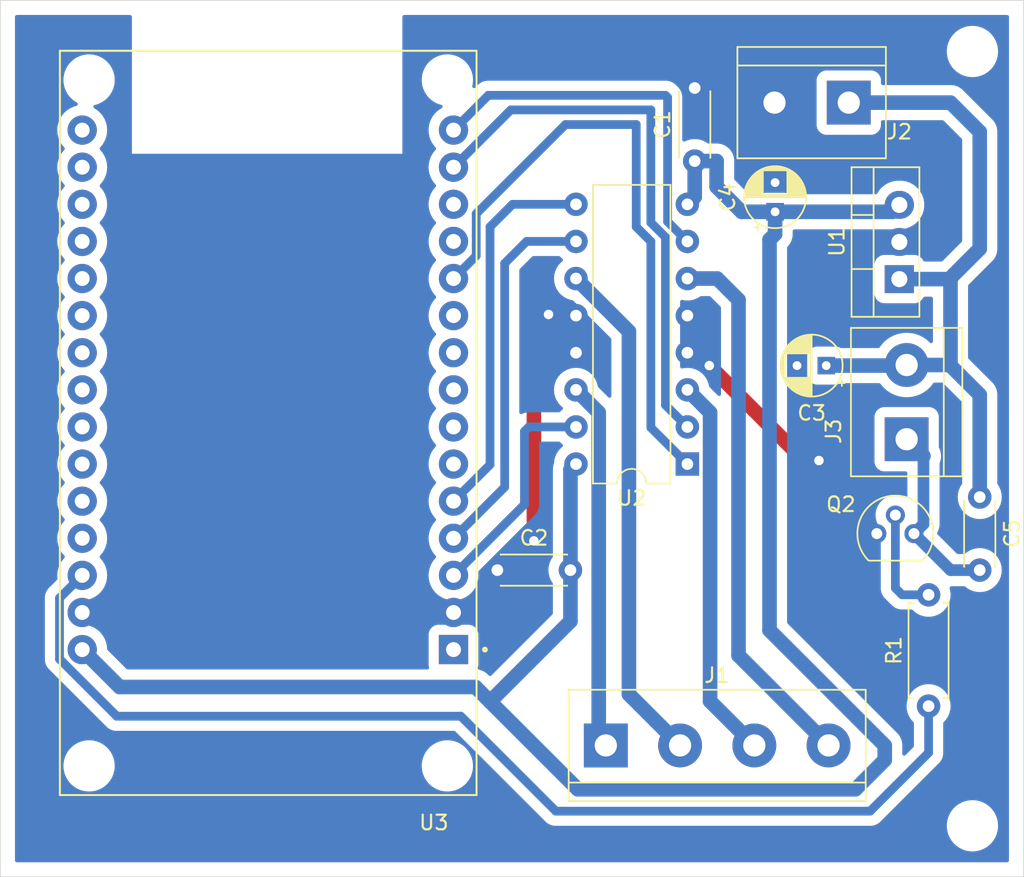
<source format=kicad_pcb>
(kicad_pcb (version 20240108) (generator "pcbnew") (generator_version "8.0")
  (layers (0 "F.Cu" signal) (31 "B.Cu" signal) (34 "B.Paste" user) (35 "F.Paste" user) (36 "B.SilkS" user "B.Silkscreen") (37 "F.SilkS" user "F.Silkscreen") (38 "B.Mask" user) (39 "F.Mask" user) (44 "Edge.Cuts" user))
  (net 0 "")
  (net 1 "/pot_4y")
  (net 2 "/pot_2y")
  (net 3 "/pot_3y")
  (net 4 "/pot_1y")
  (net 5 "+9V")
  (net 6 "GND")
  (net 7 "/motor_fuerza")
  (net 8 "/pwm")
  (net 9 "+5V")
  (net 10 "/2A")
  (net 11 "/4A")
  (net 12 "/3A")
  (net 13 "/1A")
  (net 14 "/EN34")
  (net 15 "/EN12")
  (net 36 "Net-(Q2-B)")
  (footprint "TerminalBlock:TerminalBlock_bornier-2_P5.08mm" (layer "F.Cu") (at 161 77.04 90)
    (property "Reference" "J3" (at 0.54 -5 90) (layer "F.SilkS"))
    (property "Value" "motor_fuerza")
    (fp_line (start 7.62 -3.81) (end -2.54 -3.81) (stroke (width 0.12)) (layer "F.SilkS"))
    (fp_line (start -2.54 -3.81) (end -2.54 3.81) (stroke (width 0.12)) (layer "F.SilkS"))
    (fp_line (start 7.62 2.54) (end -2.54 2.54) (stroke (width 0.12)) (layer "F.SilkS"))
    (fp_line (start 7.62 3.81) (end 7.62 -3.81) (stroke (width 0.12)) (layer "F.SilkS"))
    (fp_line (start -2.54 3.81) (end 7.62 3.81) (stroke (width 0.12)) (layer "F.SilkS"))
    (pad "1" thru_hole rect (at 0 0 90) (size 3 3) (drill 1.52) (layers "*.Cu" "*.Mask") (net 7 "/motor_fuerza"))
    (pad "2" thru_hole circle (at 5.08 0 90) (size 3 3) (drill 1.52) (layers "*.Cu" "*.Mask") (net 5 "+9V"))
  )
  (footprint "Capacitor_THT:CP_Radial_D4.0mm_P2.00mm" (layer "F.Cu") (at 152 61.4726 90)
    (property "Reference" "C4" (at 1 -3.25 90) (layer "F.SilkS"))
    (property "Value" "C_Polarized")
    (fp_line (start 1.04 -2.08) (end 1.04 2.08) (stroke (width 0.12)) (layer "F.SilkS"))
    (fp_line (start 1 -2.08) (end 1 2.08) (stroke (width 0.12)) (layer "F.SilkS"))
    (fp_line (start 1.08 -2.079) (end 1.08 2.079) (stroke (width 0.12)) (layer "F.SilkS"))
    (fp_line (start 1.12 -2.077) (end 1.12 2.077) (stroke (width 0.12)) (layer "F.SilkS"))
    (fp_line (start 1.16 -2.074) (end 1.16 2.074) (stroke (width 0.12)) (layer "F.SilkS"))
    (fp_line (start 1.2 -2.071) (end 1.2 -0.84) (stroke (width 0.12)) (layer "F.SilkS"))
    (fp_line (start 1.24 -2.067) (end 1.24 -0.84) (stroke (width 0.12)) (layer "F.SilkS"))
    (fp_line (start 1.28 -2.062) (end 1.28 -0.84) (stroke (width 0.12)) (layer "F.SilkS"))
    (fp_line (start 1.32 -2.056) (end 1.32 -0.84) (stroke (width 0.12)) (layer "F.SilkS"))
    (fp_line (start 1.36 -2.05) (end 1.36 -0.84) (stroke (width 0.12)) (layer "F.SilkS"))
    (fp_line (start 1.4 -2.042) (end 1.4 -0.84) (stroke (width 0.12)) (layer "F.SilkS"))
    (fp_line (start 1.44 -2.034) (end 1.44 -0.84) (stroke (width 0.12)) (layer "F.SilkS"))
    (fp_line (start 1.48 -2.025) (end 1.48 -0.84) (stroke (width 0.12)) (layer "F.SilkS"))
    (fp_line (start 1.52 -2.016) (end 1.52 -0.84) (stroke (width 0.12)) (layer "F.SilkS"))
    (fp_line (start 1.56 -2.005) (end 1.56 -0.84) (stroke (width 0.12)) (layer "F.SilkS"))
    (fp_line (start 1.6 -1.994) (end 1.6 -0.84) (stroke (width 0.12)) (layer "F.SilkS"))
    (fp_line (start 1.64 -1.982) (end 1.64 -0.84) (stroke (width 0.12)) (layer "F.SilkS"))
    (fp_line (start 1.68 -1.968) (end 1.68 -0.84) (stroke (width 0.12)) (layer "F.SilkS"))
    (fp_line (start 1.721 -1.954) (end 1.721 -0.84) (stroke (width 0.12)) (layer "F.SilkS"))
    (fp_line (start 1.761 -1.94) (end 1.761 -0.84) (stroke (width 0.12)) (layer "F.SilkS"))
    (fp_line (start 1.801 -1.924) (end 1.801 -0.84) (stroke (width 0.12)) (layer "F.SilkS"))
    (fp_line (start 1.841 -1.907) (end 1.841 -0.84) (stroke (width 0.12)) (layer "F.SilkS"))
    (fp_line (start 1.881 -1.889) (end 1.881 -0.84) (stroke (width 0.12)) (layer "F.SilkS"))
    (fp_line (start 1.921 -1.87) (end 1.921 -0.84) (stroke (width 0.12)) (layer "F.SilkS"))
    (fp_line (start 1.961 -1.851) (end 1.961 -0.84) (stroke (width 0.12)) (layer "F.SilkS"))
    (fp_line (start 2.001 -1.83) (end 2.001 -0.84) (stroke (width 0.12)) (layer "F.SilkS"))
    (fp_line (start 2.041 -1.808) (end 2.041 -0.84) (stroke (width 0.12)) (layer "F.SilkS"))
    (fp_line (start 2.081 -1.785) (end 2.081 -0.84) (stroke (width 0.12)) (layer "F.SilkS"))
    (fp_line (start 2.121 -1.76) (end 2.121 -0.84) (stroke (width 0.12)) (layer "F.SilkS"))
    (fp_line (start 2.161 -1.735) (end 2.161 -0.84) (stroke (width 0.12)) (layer "F.SilkS"))
    (fp_line (start 2.201 -1.708) (end 2.201 -0.84) (stroke (width 0.12)) (layer "F.SilkS"))
    (fp_line (start 2.241 -1.68) (end 2.241 -0.84) (stroke (width 0.12)) (layer "F.SilkS"))
    (fp_line (start 2.281 -1.65) (end 2.281 -0.84) (stroke (width 0.12)) (layer "F.SilkS"))
    (fp_line (start 2.321 -1.619) (end 2.321 -0.84) (stroke (width 0.12)) (layer "F.SilkS"))
    (fp_line (start 2.361 -1.587) (end 2.361 -0.84) (stroke (width 0.12)) (layer "F.SilkS"))
    (fp_line (start 2.401 -1.552) (end 2.401 -0.84) (stroke (width 0.12)) (layer "F.SilkS"))
    (fp_line (start 2.441 -1.516) (end 2.441 -0.84) (stroke (width 0.12)) (layer "F.SilkS"))
    (fp_line (start 2.481 -1.478) (end 2.481 -0.84) (stroke (width 0.12)) (layer "F.SilkS"))
    (fp_line (start 2.521 -1.438) (end 2.521 -0.84) (stroke (width 0.12)) (layer "F.SilkS"))
    (fp_line (start 2.561 -1.396) (end 2.561 -0.84) (stroke (width 0.12)) (layer "F.SilkS"))
    (fp_line (start -1.069801 -1.395) (end -1.069801 -0.995) (stroke (width 0.12)) (layer "F.SilkS"))
    (fp_line (start 2.601 -1.351) (end 2.601 -0.84) (stroke (width 0.12)) (layer "F.SilkS"))
    (fp_line (start 2.641 -1.304) (end 2.641 -0.84) (stroke (width 0.12)) (layer "F.SilkS"))
    (fp_line (start 2.681 -1.254) (end 2.681 -0.84) (stroke (width 0.12)) (layer "F.SilkS"))
    (fp_line (start 2.721 -1.2) (end 2.721 -0.84) (stroke (width 0.12)) (layer "F.SilkS"))
    (fp_line (start -1.269801 -1.195) (end -0.869801 -1.195) (stroke (width 0.12)) (layer "F.SilkS"))
    (fp_line (start 2.761 -1.142) (end 2.761 -0.84) (stroke (width 0.12)) (layer "F.SilkS"))
    (fp_line (start 2.801 -1.08) (end 2.801 -0.84) (stroke (width 0.12)) (layer "F.SilkS"))
    (fp_line (start 2.841 -1.013) (end 2.841 1.013) (stroke (width 0.12)) (layer "F.SilkS"))
    (fp_line (start 2.881 -0.94) (end 2.881 0.94) (stroke (width 0.12)) (layer "F.SilkS"))
    (fp_line (start 2.921 -0.859) (end 2.921 0.859) (stroke (width 0.12)) (layer "F.SilkS"))
    (fp_line (start 2.961 -0.768) (end 2.961 0.768) (stroke (width 0.12)) (layer "F.SilkS"))
    (fp_line (start 3.001 -0.664) (end 3.001 0.664) (stroke (width 0.12)) (layer "F.SilkS"))
    (fp_line (start 3.041 -0.537) (end 3.041 0.537) (stroke (width 0.12)) (layer "F.SilkS"))
    (fp_line (start 3.081 -0.37) (end 3.081 0.37) (stroke (width 0.12)) (layer "F.SilkS"))
    (fp_line (start 2.801 0.84) (end 2.801 1.08) (stroke (width 0.12)) (layer "F.SilkS"))
    (fp_line (start 2.761 0.84) (end 2.761 1.142) (stroke (width 0.12)) (layer "F.SilkS"))
    (fp_line (start 2.721 0.84) (end 2.721 1.2) (stroke (width 0.12)) (layer "F.SilkS"))
    (fp_line (start 2.681 0.84) (end 2.681 1.254) (stroke (width 0.12)) (layer "F.SilkS"))
    (fp_line (start 2.641 0.84) (end 2.641 1.304) (stroke (width 0.12)) (layer "F.SilkS"))
    (fp_line (start 2.601 0.84) (end 2.601 1.351) (stroke (width 0.12)) (layer "F.SilkS"))
    (fp_line (start 2.561 0.84) (end 2.561 1.396) (stroke (width 0.12)) (layer "F.SilkS"))
    (fp_line (start 2.521 0.84) (end 2.521 1.438) (stroke (width 0.12)) (layer "F.SilkS"))
    (fp_line (start 2.481 0.84) (end 2.481 1.478) (stroke (width 0.12)) (layer "F.SilkS"))
    (fp_line (start 2.441 0.84) (end 2.441 1.516) (stroke (width 0.12)) (layer "F.SilkS"))
    (fp_line (start 2.401 0.84) (end 2.401 1.552) (stroke (width 0.12)) (layer "F.SilkS"))
    (fp_line (start 2.361 0.84) (end 2.361 1.587) (stroke (width 0.12)) (layer "F.SilkS"))
    (fp_line (start 2.321 0.84) (end 2.321 1.619) (stroke (width 0.12)) (layer "F.SilkS"))
    (fp_line (start 2.281 0.84) (end 2.281 1.65) (stroke (width 0.12)) (layer "F.SilkS"))
    (fp_line (start 2.241 0.84) (end 2.241 1.68) (stroke (width 0.12)) (layer "F.SilkS"))
    (fp_line (start 2.201 0.84) (end 2.201 1.708) (stroke (width 0.12)) (layer "F.SilkS"))
    (fp_line (start 2.161 0.84) (end 2.161 1.735) (stroke (width 0.12)) (layer "F.SilkS"))
    (fp_line (start 2.121 0.84) (end 2.121 1.76) (stroke (width 0.12)) (layer "F.SilkS"))
    (fp_line (start 2.081 0.84) (end 2.081 1.785) (stroke (width 0.12)) (layer "F.SilkS"))
    (fp_line (start 2.041 0.84) (end 2.041 1.808) (stroke (width 0.12)) (layer "F.SilkS"))
    (fp_line (start 2.001 0.84) (end 2.001 1.83) (stroke (width 0.12)) (layer "F.SilkS"))
    (fp_line (start 1.961 0.84) (end 1.961 1.851) (stroke (width 0.12)) (layer "F.SilkS"))
    (fp_line (start 1.921 0.84) (end 1.921 1.87) (stroke (width 0.12)) (layer "F.SilkS"))
    (fp_line (start 1.881 0.84) (end 1.881 1.889) (stroke (width 0.12)) (layer "F.SilkS"))
    (fp_line (start 1.841 0.84) (end 1.841 1.907) (stroke (width 0.12)) (layer "F.SilkS"))
    (fp_line (start 1.801 0.84) (end 1.801 1.924) (stroke (width 0.12)) (layer "F.SilkS"))
    (fp_line (start 1.761 0.84) (end 1.761 1.94) (stroke (width 0.12)) (layer "F.SilkS"))
    (fp_line (start 1.721 0.84) (end 1.721 1.954) (stroke (width 0.12)) (layer "F.SilkS"))
    (fp_line (start 1.68 0.84) (end 1.68 1.968) (stroke (width 0.12)) (layer "F.SilkS"))
    (fp_line (start 1.64 0.84) (end 1.64 1.982) (stroke (width 0.12)) (layer "F.SilkS"))
    (fp_line (start 1.6 0.84) (end 1.6 1.994) (stroke (width 0.12)) (layer "F.SilkS"))
    (fp_line (start 1.56 0.84) (end 1.56 2.005) (stroke (width 0.12)) (layer "F.SilkS"))
    (fp_line (start 1.52 0.84) (end 1.52 2.016) (stroke (width 0.12)) (layer "F.SilkS"))
    (fp_line (start 1.48 0.84) (end 1.48 2.025) (stroke (width 0.12)) (layer "F.SilkS"))
    (fp_line (start 1.44 0.84) (end 1.44 2.034) (stroke (width 0.12)) (layer "F.SilkS"))
    (fp_line (start 1.4 0.84) (end 1.4 2.042) (stroke (width 0.12)) (layer "F.SilkS"))
    (fp_line (start 1.36 0.84) (end 1.36 2.05) (stroke (width 0.12)) (layer "F.SilkS"))
    (fp_line (start 1.32 0.84) (end 1.32 2.056) (stroke (width 0.12)) (layer "F.SilkS"))
    (fp_line (start 1.28 0.84) (end 1.28 2.062) (stroke (width 0.12)) (layer "F.SilkS"))
    (fp_line (start 1.24 0.84) (end 1.24 2.067) (stroke (width 0.12)) (layer "F.SilkS"))
    (fp_line (start 1.2 0.84) (end 1.2 2.071) (stroke (width 0.12)) (layer "F.SilkS"))
    (fp_circle (center 1 0) (end 3.12 0) (stroke (width 0.12)) (fill none) (layer "F.SilkS"))
    (pad "1" thru_hole rect (at 0 0 90) (size 1.2 1.2) (drill 0.6) (layers "*.Cu" "*.Mask") (net 9 "+5V"))
    (pad "2" thru_hole circle (at 2 0 90) (size 1.2 1.2) (drill 0.6) (layers "*.Cu" "*.Mask") (net 6 "GND"))
  )
  (footprint "TerminalBlock:TerminalBlock_bornier-4_P5.08mm" (layer "F.Cu") (at 140.42 98)
    (property "Reference" "J1" (at 7.6 -4.8 0) (layer "F.SilkS"))
    (property "Value" "Screw_Terminal_01x04")
    (fp_line (start -2.54 -3.81) (end -2.54 3.81) (stroke (width 0.12)) (layer "F.SilkS"))
    (fp_line (start -2.54 -3.81) (end 17.78 -3.81) (stroke (width 0.12)) (layer "F.SilkS"))
    (fp_line (start -2.54 3.81) (end 17.78 3.81) (stroke (width 0.12)) (layer "F.SilkS"))
    (fp_line (start 17.78 2.54) (end -2.54 2.54) (stroke (width 0.12)) (layer "F.SilkS"))
    (fp_line (start 17.78 3.81) (end 17.78 -3.81) (stroke (width 0.12)) (layer "F.SilkS"))
    (pad "1" thru_hole rect (at 0 0) (size 3 3) (drill 1.52) (layers "*.Cu" "*.Mask") (net 1 "/pot_4y"))
    (pad "2" thru_hole circle (at 5.08 0) (size 3 3) (drill 1.52) (layers "*.Cu" "*.Mask") (net 3 "/pot_3y"))
    (pad "3" thru_hole circle (at 10.16 0) (size 3 3) (drill 1.52) (layers "*.Cu" "*.Mask") (net 4 "/pot_1y"))
    (pad "4" thru_hole circle (at 15.24 0) (size 3 3) (drill 1.52) (layers "*.Cu" "*.Mask") (net 2 "/pot_2y"))
  )
  (footprint "Capacitor_THT:CP_Radial_D4.0mm_P2.00mm" (layer "F.Cu") (at 155.5 72 180)
    (property "Reference" "C3" (at 1 -3.25 0) (layer "F.SilkS"))
    (property "Value" "C_Polarized")
    (fp_line (start 3.081 -0.37) (end 3.081 0.37) (stroke (width 0.12)) (layer "F.SilkS"))
    (fp_line (start 3.041 -0.537) (end 3.041 0.537) (stroke (width 0.12)) (layer "F.SilkS"))
    (fp_line (start 3.001 -0.664) (end 3.001 0.664) (stroke (width 0.12)) (layer "F.SilkS"))
    (fp_line (start 2.961 -0.768) (end 2.961 0.768) (stroke (width 0.12)) (layer "F.SilkS"))
    (fp_line (start 2.921 -0.859) (end 2.921 0.859) (stroke (width 0.12)) (layer "F.SilkS"))
    (fp_line (start 2.881 -0.94) (end 2.881 0.94) (stroke (width 0.12)) (layer "F.SilkS"))
    (fp_line (start 2.841 -1.013) (end 2.841 1.013) (stroke (width 0.12)) (layer "F.SilkS"))
    (fp_line (start 2.801 0.84) (end 2.801 1.08) (stroke (width 0.12)) (layer "F.SilkS"))
    (fp_line (start 2.801 -1.08) (end 2.801 -0.84) (stroke (width 0.12)) (layer "F.SilkS"))
    (fp_line (start 2.761 0.84) (end 2.761 1.142) (stroke (width 0.12)) (layer "F.SilkS"))
    (fp_line (start 2.761 -1.142) (end 2.761 -0.84) (stroke (width 0.12)) (layer "F.SilkS"))
    (fp_line (start 2.721 0.84) (end 2.721 1.2) (stroke (width 0.12)) (layer "F.SilkS"))
    (fp_line (start 2.721 -1.2) (end 2.721 -0.84) (stroke (width 0.12)) (layer "F.SilkS"))
    (fp_line (start 2.681 0.84) (end 2.681 1.254) (stroke (width 0.12)) (layer "F.SilkS"))
    (fp_line (start 2.681 -1.254) (end 2.681 -0.84) (stroke (width 0.12)) (layer "F.SilkS"))
    (fp_line (start 2.641 0.84) (end 2.641 1.304) (stroke (width 0.12)) (layer "F.SilkS"))
    (fp_line (start 2.641 -1.304) (end 2.641 -0.84) (stroke (width 0.12)) (layer "F.SilkS"))
    (fp_line (start 2.601 0.84) (end 2.601 1.351) (stroke (width 0.12)) (layer "F.SilkS"))
    (fp_line (start 2.601 -1.351) (end 2.601 -0.84) (stroke (width 0.12)) (layer "F.SilkS"))
    (fp_line (start 2.561 0.84) (end 2.561 1.396) (stroke (width 0.12)) (layer "F.SilkS"))
    (fp_line (start 2.561 -1.396) (end 2.561 -0.84) (stroke (width 0.12)) (layer "F.SilkS"))
    (fp_line (start 2.521 0.84) (end 2.521 1.438) (stroke (width 0.12)) (layer "F.SilkS"))
    (fp_line (start 2.521 -1.438) (end 2.521 -0.84) (stroke (width 0.12)) (layer "F.SilkS"))
    (fp_line (start 2.481 0.84) (end 2.481 1.478) (stroke (width 0.12)) (layer "F.SilkS"))
    (fp_line (start 2.481 -1.478) (end 2.481 -0.84) (stroke (width 0.12)) (layer "F.SilkS"))
    (fp_line (start 2.441 0.84) (end 2.441 1.516) (stroke (width 0.12)) (layer "F.SilkS"))
    (fp_line (start 2.441 -1.516) (end 2.441 -0.84) (stroke (width 0.12)) (layer "F.SilkS"))
    (fp_line (start 2.401 0.84) (end 2.401 1.552) (stroke (width 0.12)) (layer "F.SilkS"))
    (fp_line (start 2.401 -1.552) (end 2.401 -0.84) (stroke (width 0.12)) (layer "F.SilkS"))
    (fp_line (start 2.361 0.84) (end 2.361 1.587) (stroke (width 0.12)) (layer "F.SilkS"))
    (fp_line (start 2.361 -1.587) (end 2.361 -0.84) (stroke (width 0.12)) (layer "F.SilkS"))
    (fp_line (start 2.321 0.84) (end 2.321 1.619) (stroke (width 0.12)) (layer "F.SilkS"))
    (fp_line (start 2.321 -1.619) (end 2.321 -0.84) (stroke (width 0.12)) (layer "F.SilkS"))
    (fp_line (start 2.281 0.84) (end 2.281 1.65) (stroke (width 0.12)) (layer "F.SilkS"))
    (fp_line (start 2.281 -1.65) (end 2.281 -0.84) (stroke (width 0.12)) (layer "F.SilkS"))
    (fp_line (start 2.241 0.84) (end 2.241 1.68) (stroke (width 0.12)) (layer "F.SilkS"))
    (fp_line (start 2.241 -1.68) (end 2.241 -0.84) (stroke (width 0.12)) (layer "F.SilkS"))
    (fp_line (start 2.201 0.84) (end 2.201 1.708) (stroke (width 0.12)) (layer "F.SilkS"))
    (fp_line (start 2.201 -1.708) (end 2.201 -0.84) (stroke (width 0.12)) (layer "F.SilkS"))
    (fp_line (start 2.161 0.84) (end 2.161 1.735) (stroke (width 0.12)) (layer "F.SilkS"))
    (fp_line (start 2.161 -1.735) (end 2.161 -0.84) (stroke (width 0.12)) (layer "F.SilkS"))
    (fp_line (start 2.121 0.84) (end 2.121 1.76) (stroke (width 0.12)) (layer "F.SilkS"))
    (fp_line (start 2.121 -1.76) (end 2.121 -0.84) (stroke (width 0.12)) (layer "F.SilkS"))
    (fp_line (start 2.081 0.84) (end 2.081 1.785) (stroke (width 0.12)) (layer "F.SilkS"))
    (fp_line (start 2.081 -1.785) (end 2.081 -0.84) (stroke (width 0.12)) (layer "F.SilkS"))
    (fp_line (start 2.041 0.84) (end 2.041 1.808) (stroke (width 0.12)) (layer "F.SilkS"))
    (fp_line (start 2.041 -1.808) (end 2.041 -0.84) (stroke (width 0.12)) (layer "F.SilkS"))
    (fp_line (start 2.001 0.84) (end 2.001 1.83) (stroke (width 0.12)) (layer "F.SilkS"))
    (fp_line (start 2.001 -1.83) (end 2.001 -0.84) (stroke (width 0.12)) (layer "F.SilkS"))
    (fp_line (start 1.961 0.84) (end 1.961 1.851) (stroke (width 0.12)) (layer "F.SilkS"))
    (fp_line (start 1.961 -1.851) (end 1.961 -0.84) (stroke (width 0.12)) (layer "F.SilkS"))
    (fp_line (start 1.921 0.84) (end 1.921 1.87) (stroke (width 0.12)) (layer "F.SilkS"))
    (fp_line (start 1.921 -1.87) (end 1.921 -0.84) (stroke (width 0.12)) (layer "F.SilkS"))
    (fp_line (start 1.881 0.84) (end 1.881 1.889) (stroke (width 0.12)) (layer "F.SilkS"))
    (fp_line (start 1.881 -1.889) (end 1.881 -0.84) (stroke (width 0.12)) (layer "F.SilkS"))
    (fp_line (start 1.841 0.84) (end 1.841 1.907) (stroke (width 0.12)) (layer "F.SilkS"))
    (fp_line (start 1.841 -1.907) (end 1.841 -0.84) (stroke (width 0.12)) (layer "F.SilkS"))
    (fp_line (start 1.801 0.84) (end 1.801 1.924) (stroke (width 0.12)) (layer "F.SilkS"))
    (fp_line (start 1.801 -1.924) (end 1.801 -0.84) (stroke (width 0.12)) (layer "F.SilkS"))
    (fp_line (start 1.761 0.84) (end 1.761 1.94) (stroke (width 0.12)) (layer "F.SilkS"))
    (fp_line (start 1.761 -1.94) (end 1.761 -0.84) (stroke (width 0.12)) (layer "F.SilkS"))
    (fp_line (start 1.721 0.84) (end 1.721 1.954) (stroke (width 0.12)) (layer "F.SilkS"))
    (fp_line (start 1.721 -1.954) (end 1.721 -0.84) (stroke (width 0.12)) (layer "F.SilkS"))
    (fp_line (start 1.68 0.84) (end 1.68 1.968) (stroke (width 0.12)) (layer "F.SilkS"))
    (fp_line (start 1.68 -1.968) (end 1.68 -0.84) (stroke (width 0.12)) (layer "F.SilkS"))
    (fp_line (start 1.64 0.84) (end 1.64 1.982) (stroke (width 0.12)) (layer "F.SilkS"))
    (fp_line (start 1.64 -1.982) (end 1.64 -0.84) (stroke (width 0.12)) (layer "F.SilkS"))
    (fp_line (start 1.6 0.84) (end 1.6 1.994) (stroke (width 0.12)) (layer "F.SilkS"))
    (fp_line (start 1.6 -1.994) (end 1.6 -0.84) (stroke (width 0.12)) (layer "F.SilkS"))
    (fp_line (start 1.56 0.84) (end 1.56 2.005) (stroke (width 0.12)) (layer "F.SilkS"))
    (fp_line (start 1.56 -2.005) (end 1.56 -0.84) (stroke (width 0.12)) (layer "F.SilkS"))
    (fp_line (start 1.52 0.84) (end 1.52 2.016) (stroke (width 0.12)) (layer "F.SilkS"))
    (fp_line (start 1.52 -2.016) (end 1.52 -0.84) (stroke (width 0.12)) (layer "F.SilkS"))
    (fp_line (start 1.48 0.84) (end 1.48 2.025) (stroke (width 0.12)) (layer "F.SilkS"))
    (fp_line (start 1.48 -2.025) (end 1.48 -0.84) (stroke (width 0.12)) (layer "F.SilkS"))
    (fp_line (start 1.44 0.84) (end 1.44 2.034) (stroke (width 0.12)) (layer "F.SilkS"))
    (fp_line (start 1.44 -2.034) (end 1.44 -0.84) (stroke (width 0.12)) (layer "F.SilkS"))
    (fp_line (start 1.4 0.84) (end 1.4 2.042) (stroke (width 0.12)) (layer "F.SilkS"))
    (fp_line (start 1.4 -2.042) (end 1.4 -0.84) (stroke (width 0.12)) (layer "F.SilkS"))
    (fp_line (start 1.36 0.84) (end 1.36 2.05) (stroke (width 0.12)) (layer "F.SilkS"))
    (fp_line (start 1.36 -2.05) (end 1.36 -0.84) (stroke (width 0.12)) (layer "F.SilkS"))
    (fp_line (start 1.32 0.84) (end 1.32 2.056) (stroke (width 0.12)) (layer "F.SilkS"))
    (fp_line (start 1.32 -2.056) (end 1.32 -0.84) (stroke (width 0.12)) (layer "F.SilkS"))
    (fp_line (start 1.28 0.84) (end 1.28 2.062) (stroke (width 0.12)) (layer "F.SilkS"))
    (fp_line (start 1.28 -2.062) (end 1.28 -0.84) (stroke (width 0.12)) (layer "F.SilkS"))
    (fp_line (start 1.24 0.84) (end 1.24 2.067) (stroke (width 0.12)) (layer "F.SilkS"))
    (fp_line (start 1.24 -2.067) (end 1.24 -0.84) (stroke (width 0.12)) (layer "F.SilkS"))
    (fp_line (start 1.2 0.84) (end 1.2 2.071) (stroke (width 0.12)) (layer "F.SilkS"))
    (fp_line (start 1.2 -2.071) (end 1.2 -0.84) (stroke (width 0.12)) (layer "F.SilkS"))
    (fp_line (start 1.16 -2.074) (end 1.16 2.074) (stroke (width 0.12)) (layer "F.SilkS"))
    (fp_line (start 1.12 -2.077) (end 1.12 2.077) (stroke (width 0.12)) (layer "F.SilkS"))
    (fp_line (start 1.08 -2.079) (end 1.08 2.079) (stroke (width 0.12)) (layer "F.SilkS"))
    (fp_line (start 1.04 -2.08) (end 1.04 2.08) (stroke (width 0.12)) (layer "F.SilkS"))
    (fp_line (start 1 -2.08) (end 1 2.08) (stroke (width 0.12)) (layer "F.SilkS"))
    (fp_line (start -1.069801 -1.395) (end -1.069801 -0.995) (stroke (width 0.12)) (layer "F.SilkS"))
    (fp_line (start -1.269801 -1.195) (end -0.869801 -1.195) (stroke (width 0.12)) (layer "F.SilkS"))
    (fp_circle (center 1 0) (end 3.12 0) (stroke (width 0.12)) (fill none) (layer "F.SilkS"))
    (pad "1" thru_hole rect (at 0 0 180) (size 1.2 1.2) (drill 0.6) (layers "*.Cu" "*.Mask") (net 5 "+9V"))
    (pad "2" thru_hole circle (at 2 0 180) (size 1.2 1.2) (drill 0.6) (layers "*.Cu" "*.Mask") (net 6 "GND"))
  )
  (footprint "Capacitor_THT:C_Disc_D4.3mm_W1.9mm_P5.00mm" (layer "F.Cu") (at 133 86)
    (property "Reference" "C2" (at 2.5 -2.2 0) (layer "F.SilkS"))
    (property "Value" "C")
    (fp_line (start 0.23 -1.07) (end 0.23 -1.055) (stroke (width 0.12)) (layer "F.SilkS"))
    (fp_line (start 0.23 -1.07) (end 4.77 -1.07) (stroke (width 0.12)) (layer "F.SilkS"))
    (fp_line (start 0.23 1.055) (end 0.23 1.07) (stroke (width 0.12)) (layer "F.SilkS"))
    (fp_line (start 0.23 1.07) (end 4.77 1.07) (stroke (width 0.12)) (layer "F.SilkS"))
    (fp_line (start 4.77 -1.07) (end 4.77 -1.055) (stroke (width 0.12)) (layer "F.SilkS"))
    (fp_line (start 4.77 1.055) (end 4.77 1.07) (stroke (width 0.12)) (layer "F.SilkS"))
    (pad "1" thru_hole circle (at 0 0) (size 1.6 1.6) (drill 0.8) (layers "*.Cu" "*.Mask") (net 6 "GND"))
    (pad "2" thru_hole circle (at 5 0) (size 1.6 1.6) (drill 0.8) (layers "*.Cu" "*.Mask") (net 9 "+5V"))
  )
  (footprint "" (layer "F.Cu") (at 165.5 50.5)
    (property "Reference" "" (at 0 0 0) (layer "F.SilkS") (effects (font (size 1.27 1.27))))
    (property "Value" "")
    (pad "" np_thru_hole circle (at 0 0 180) (size 3 3) (drill 3) (layers "F&B.Cu" "*.Mask"))
  )
  (footprint "Capacitor_THT:C_Disc_D4.3mm_W1.9mm_P5.00mm" (layer "F.Cu") (at 146.5 58 90)
    (property "Reference" "C1" (at 2.5 -2.2 90) (layer "F.SilkS"))
    (property "Value" "C")
    (fp_line (start 4.77 -1.07) (end 4.77 -1.055) (stroke (width 0.12)) (layer "F.SilkS"))
    (fp_line (start 0.23 -1.07) (end 4.77 -1.07) (stroke (width 0.12)) (layer "F.SilkS"))
    (fp_line (start 0.23 -1.07) (end 0.23 -1.055) (stroke (width 0.12)) (layer "F.SilkS"))
    (fp_line (start 4.77 1.055) (end 4.77 1.07) (stroke (width 0.12)) (layer "F.SilkS"))
    (fp_line (start 0.23 1.055) (end 0.23 1.07) (stroke (width 0.12)) (layer "F.SilkS"))
    (fp_line (start 0.23 1.07) (end 4.77 1.07) (stroke (width 0.12)) (layer "F.SilkS"))
    (pad "1" thru_hole circle (at 0 0 90) (size 1.6 1.6) (drill 0.8) (layers "*.Cu" "*.Mask") (net 9 "+5V"))
    (pad "2" thru_hole circle (at 5 0 90) (size 1.6 1.6) (drill 0.8) (layers "*.Cu" "*.Mask") (net 6 "GND"))
  )
  (footprint "" (layer "F.Cu") (at 165.5 103.5)
    (property "Reference" "" (at 0 0 0) (layer "F.SilkS") (effects (font (size 1.27 1.27))))
    (property "Value" "")
    (pad "" np_thru_hole circle (at 0 0 180) (size 3 3) (drill 3) (layers "F&B.Cu" "*.Mask"))
  )
  (footprint "Package_TO_SOT_THT:TO-220-3_Vertical" (layer "F.Cu") (at 160.5 66.08 90)
    (property "Reference" "U1" (at 2.54 -4.27 90) (layer "F.SilkS"))
    (property "Value" "LM7805_TO220")
    (fp_line (start 7.66 -3.27) (end 7.66 1.371) (stroke (width 0.12)) (layer "F.SilkS"))
    (fp_line (start 4.391 -3.27) (end 4.391 -1.76) (stroke (width 0.12)) (layer "F.SilkS"))
    (fp_line (start 0.69 -3.27) (end 0.69 -1.76) (stroke (width 0.12)) (layer "F.SilkS"))
    (fp_line (start -2.58 -3.27) (end 7.66 -3.27) (stroke (width 0.12)) (layer "F.SilkS"))
    (fp_line (start -2.58 -3.27) (end -2.58 1.371) (stroke (width 0.12)) (layer "F.SilkS"))
    (fp_line (start -2.58 -1.76) (end 7.66 -1.76) (stroke (width 0.12)) (layer "F.SilkS"))
    (fp_line (start -2.58 1.371) (end 7.66 1.371) (stroke (width 0.12)) (layer "F.SilkS"))
    (pad "1" thru_hole rect (at 0 0 90) (size 1.905 2) (drill 1.1) (layers "*.Cu" "*.Mask") (net 5 "+9V"))
    (pad "2" thru_hole oval (at 2.54 0 90) (size 1.905 2) (drill 1.1) (layers "*.Cu" "*.Mask") (net 6 "GND"))
    (pad "3" thru_hole oval (at 5.08 0 90) (size 1.905 2) (drill 1.1) (layers "*.Cu" "*.Mask") (net 9 "+5V"))
  )
  (footprint "Package_DIP:DIP-16_W7.62mm" (layer "F.Cu") (at 146 78.74 180)
    (property "Reference" "U2" (at 3.81 -2.33 0) (layer "F.SilkS"))
    (property "Value" "L293D")
    (fp_line (start 6.46 19.11) (end 6.46 -1.33) (stroke (width 0.12)) (layer "F.SilkS"))
    (fp_line (start 6.46 -1.33) (end 4.81 -1.33) (stroke (width 0.12)) (layer "F.SilkS"))
    (fp_line (start 2.81 -1.33) (end 1.16 -1.33) (stroke (width 0.12)) (layer "F.SilkS"))
    (fp_line (start 1.16 19.11) (end 6.46 19.11) (stroke (width 0.12)) (layer "F.SilkS"))
    (fp_line (start 1.16 -1.33) (end 1.16 19.11) (stroke (width 0.12)) (layer "F.SilkS"))
    (fp_arc (start 4.81 -1.33) (mid 3.81 -0.33) (end 2.81 -1.33) (stroke (width 0.12)) (layer "F.SilkS"))
    (pad "1" thru_hole rect (at 0 0 180) (size 1.6 1.6) (drill 0.8) (layers "*.Cu" "*.Mask") (net 15 "/EN12"))
    (pad "2" thru_hole oval (at 0 2.54 180) (size 1.6 1.6) (drill 0.8) (layers "*.Cu" "*.Mask") (net 13 "/1A"))
    (pad "3" thru_hole oval (at 0 5.08 180) (size 1.6 1.6) (drill 0.8) (layers "*.Cu" "*.Mask") (net 4 "/pot_1y"))
    (pad "4" thru_hole oval (at 0 7.62 180) (size 1.6 1.6) (drill 0.8) (layers "*.Cu" "*.Mask") (net 6 "GND"))
    (pad "5" thru_hole oval (at 0 10.16 180) (size 1.6 1.6) (drill 0.8) (layers "*.Cu" "*.Mask") (net 6 "GND"))
    (pad "6" thru_hole oval (at 0 12.7 180) (size 1.6 1.6) (drill 0.8) (layers "*.Cu" "*.Mask") (net 2 "/pot_2y"))
    (pad "7" thru_hole oval (at 0 15.24 180) (size 1.6 1.6) (drill 0.8) (layers "*.Cu" "*.Mask") (net 10 "/2A"))
    (pad "8" thru_hole oval (at 0 17.78 180) (size 1.6 1.6) (drill 0.8) (layers "*.Cu" "*.Mask") (net 9 "+5V"))
    (pad "9" thru_hole oval (at 7.62 17.78 180) (size 1.6 1.6) (drill 0.8) (layers "*.Cu" "*.Mask") (net 14 "/EN34"))
    (pad "10" thru_hole oval (at 7.62 15.24 180) (size 1.6 1.6) (drill 0.8) (layers "*.Cu" "*.Mask") (net 12 "/3A"))
    (pad "11" thru_hole oval (at 7.62 12.7 180) (size 1.6 1.6) (drill 0.8) (layers "*.Cu" "*.Mask") (net 3 "/pot_3y"))
    (pad "12" thru_hole oval (at 7.62 10.16 180) (size 1.6 1.6) (drill 0.8) (layers "*.Cu" "*.Mask") (net 6 "GND"))
    (pad "13" thru_hole oval (at 7.62 7.62 180) (size 1.6 1.6) (drill 0.8) (layers "*.Cu" "*.Mask") (net 6 "GND"))
    (pad "14" thru_hole oval (at 7.62 5.08 180) (size 1.6 1.6) (drill 0.8) (layers "*.Cu" "*.Mask") (net 1 "/pot_4y"))
    (pad "15" thru_hole oval (at 7.62 2.54 180) (size 1.6 1.6) (drill 0.8) (layers "*.Cu" "*.Mask") (net 11 "/4A"))
    (pad "16" thru_hole oval (at 7.62 0 180) (size 1.6 1.6) (drill 0.8) (layers "*.Cu" "*.Mask") (net 9 "+5V"))
  )
  (footprint "Package_TO_SOT_THT:TO-92" (layer "F.Cu") (at 158.96 83.5)
    (property "Reference" "Q2" (at -2.46 -2 0) (layer "F.SilkS"))
    (property "Value" "2n2222a")
    (fp_line (start -0.53 1.85) (end 3.07 1.85) (stroke (width 0.12)) (layer "F.SilkS"))
    (fp_arc (start -0.568478 1.838478) (mid -1.132087 -0.994977) (end 1.27 -2.6) (stroke (width 0.12)) (layer "F.SilkS"))
    (fp_arc (start 1.27 -2.6) (mid 3.672087 -0.994977) (end 3.108478 1.838478) (stroke (width 0.12)) (layer "F.SilkS"))
    (pad "1" thru_hole circle (at 0 0) (size 1.3 1.3) (drill 0.75) (layers "*.Cu" "*.Mask") (net 6 "GND"))
    (pad "2" thru_hole circle (at 1.27 -1.27) (size 1.3 1.3) (drill 0.75) (layers "*.Cu" "*.Mask") (net 36 "Net-(Q2-B)"))
    (pad "3" thru_hole circle (at 2.54 0) (size 1.3 1.3) (drill 0.75) (layers "*.Cu" "*.Mask") (net 7 "/motor_fuerza"))
  )
  (footprint "esp32-devkit:MODULE_ESP32_DEVKIT_V1" (layer "F.Cu") (at 117.3 75.925 180)
    (property "Reference" "U3" (at -11.355 -27.36 0) (layer "F.SilkS"))
    (property "Value" "ESP32-DEVKIT-V1")
    (fp_line (start 14.23 25.475) (end -14.28 25.475) (stroke (width 0.127)) (layer "F.SilkS"))
    (fp_line (start 14.23 -25.475) (end 14.23 25.475) (stroke (width 0.127)) (layer "F.SilkS"))
    (fp_line (start 14.23 -25.475) (end 14.23 25.475) (stroke (width 0.127)) (layer "F.SilkS"))
    (fp_line (start 8.78 25.475) (end 14.23 25.475) (stroke (width 0.127)) (layer "F.SilkS"))
    (fp_line (start 3.5 -25.475) (end 14.23 -25.475) (stroke (width 0.127)) (layer "F.SilkS"))
    (fp_line (start -3.211 -25.475) (end 3.5 -25.475) (stroke (width 0.127)) (layer "F.SilkS"))
    (fp_line (start -8.91 25.475) (end 8.78 25.475) (stroke (width 0.127)) (layer "F.SilkS"))
    (fp_line (start -14.28 25.475) (end -8.91 25.475) (stroke (width 0.127)) (layer "F.SilkS"))
    (fp_line (start -14.28 25.475) (end -14.28 -25.475) (stroke (width 0.127)) (layer "F.SilkS"))
    (fp_line (start -14.28 25.475) (end -14.28 -25.475) (stroke (width 0.127)) (layer "F.SilkS"))
    (fp_line (start -14.28 -25.475) (end 14.23 -25.475) (stroke (width 0.127)) (layer "F.SilkS"))
    (fp_line (start -14.28 -25.475) (end -3.211 -25.475) (stroke (width 0.127)) (layer "F.SilkS"))
    (fp_circle (center -14.85 -15.515) (end -14.75 -15.515) (stroke (width 0.2)) (fill none) (layer "F.SilkS"))
    (pad "" np_thru_hole circle (at -12.28 -23.475 180) (size 3 3) (drill 3) (layers "*.Cu" "*.Mask"))
    (pad "" np_thru_hole circle (at -12.28 23.475 180) (size 3 3) (drill 3) (layers "*.Cu" "*.Mask"))
    (pad "" np_thru_hole circle (at 12.23 -23.475 180) (size 3 3) (drill 3) (layers "*.Cu" "*.Mask"))
    (pad "" np_thru_hole circle (at 12.23 23.475 180) (size 3 3) (drill 3) (layers "*.Cu" "*.Mask"))
    (pad "1" thru_hole rect (at -12.7 -15.515 180) (size 2 2) (drill 1.02) (layers "*.Cu" "*.Mask"))
    (pad "2" thru_hole circle (at -12.7 -12.975 180) (size 2 2) (drill 1.02) (layers "*.Cu" "*.Mask") (net 6 "GND"))
    (pad "3" thru_hole circle (at -12.7 -10.435 180) (size 2 2) (drill 1.02) (layers "*.Cu" "*.Mask") (net 11 "/4A"))
    (pad "4" thru_hole circle (at -12.7 -7.895 180) (size 2 2) (drill 1.02) (layers "*.Cu" "*.Mask") (net 12 "/3A"))
    (pad "5" thru_hole circle (at -12.7 -5.355 180) (size 2 2) (drill 1.02) (layers "*.Cu" "*.Mask") (net 14 "/EN34"))
    (pad "6" thru_hole circle (at -12.7 -2.815 180) (size 2 2) (drill 1.02) (layers "*.Cu" "*.Mask"))
    (pad "7" thru_hole circle (at -12.7 -0.275 180) (size 2 2) (drill 1.02) (layers "*.Cu" "*.Mask"))
    (pad "8" thru_hole circle (at -12.7 2.265 180) (size 2 2) (drill 1.02) (layers "*.Cu" "*.Mask"))
    (pad "9" thru_hole circle (at -12.7 4.805 180) (size 2 2) (drill 1.02) (layers "*.Cu" "*.Mask"))
    (pad "10" thru_hole circle (at -12.7 7.345 180) (size 2 2) (drill 1.02) (layers "*.Cu" "*.Mask"))
    (pad "11" thru_hole circle (at -12.7 9.885 180) (size 2 2) (drill 1.02) (layers "*.Cu" "*.Mask") (net 15 "/EN12"))
    (pad "12" thru_hole circle (at -12.7 12.425 180) (size 2 2) (drill 1.02) (layers "*.Cu" "*.Mask"))
    (pad "13" thru_hole circle (at -12.7 14.965 180) (size 2 2) (drill 1.02) (layers "*.Cu" "*.Mask"))
    (pad "14" thru_hole circle (at -12.7 17.505 180) (size 2 2) (drill 1.02) (layers "*.Cu" "*.Mask") (net 13 "/1A"))
    (pad "15" thru_hole circle (at -12.7 20.045 180) (size 2 2) (drill 1.02) (layers "*.Cu" "*.Mask") (net 10 "/2A"))
    (pad "16" thru_hole circle (at 12.7 20.045 180) (size 2 2) (drill 1.02) (layers "*.Cu" "*.Mask"))
    (pad "17" thru_hole circle (at 12.7 17.505 180) (size 2 2) (drill 1.02) (layers "*.Cu" "*.Mask"))
    (pad "18" thru_hole circle (at 12.7 14.965 180) (size 2 2) (drill 1.02) (layers "*.Cu" "*.Mask"))
    (pad "19" thru_hole circle (at 12.7 12.425 180) (size 2 2) (drill 1.02) (layers "*.Cu" "*.Mask"))
    (pad "20" thru_hole circle (at 12.7 9.885 180) (size 2 2) (drill 1.02) (layers "*.Cu" "*.Mask"))
    (pad "21" thru_hole circle (at 12.7 7.345 180) (size 2 2) (drill 1.02) (layers "*.Cu" "*.Mask"))
    (pad "22" thru_hole circle (at 12.7 4.805 180) (size 2 2) (drill 1.02) (layers "*.Cu" "*.Mask"))
    (pad "23" thru_hole circle (at 12.7 2.265 180) (size 2 2) (drill 1.02) (layers "*.Cu" "*.Mask"))
    (pad "24" thru_hole circle (at 12.7 -0.275 180) (size 2 2) (drill 1.02) (layers "*.Cu" "*.Mask"))
    (pad "25" thru_hole circle (at 12.7 -2.815 180) (size 2 2) (drill 1.02) (layers "*.Cu" "*.Mask"))
    (pad "26" thru_hole circle (at 12.7 -5.355 180) (size 2 2) (drill 1.02) (layers "*.Cu" "*.Mask"))
    (pad "27" thru_hole circle (at 12.7 -7.895 180) (size 2 2) (drill 1.02) (layers "*.Cu" "*.Mask"))
    (pad "28" thru_hole circle (at 12.7 -10.435 180) (size 2 2) (drill 1.02) (layers "*.Cu" "*.Mask") (net 8 "/pwm"))
    (pad "29" thru_hole circle (at 12.7 -12.975 180) (size 2 2) (drill 1.02) (layers "*.Cu" "*.Mask") (net 6 "GND"))
    (pad "30" thru_hole circle (at 12.7 -15.515 180) (size 2 2) (drill 1.02) (layers "*.Cu" "*.Mask") (net 9 "+5V"))
    (zone (net 0) (net_name "") (layer "B.Cu") (connect_pads (clearance 0)) (min_thickness 0.01)
      (keepout (tracks not_allowed) (vias not_allowed) (pads not_allowed) (copperpour not_allowed) (footprints allowed))
      (fill (thermal_gap 0.508) (thermal_bridge_width 0.508))
      (polygon (pts (xy 126.21 56.94) (xy 108.52 56.94) (xy 108.52 50.45) (xy 126.21 50.45)))
    )
  )
  (footprint "Capacitor_THT:C_Disc_D4.3mm_W1.9mm_P5.00mm" (layer "F.Cu") (at 166 81 -90)
    (property "Reference" "C5" (at 2.5 -2.2 90) (layer "F.SilkS"))
    (property "Value" "C")
    (fp_line (start 0.23 1.07) (end 4.77 1.07) (stroke (width 0.12)) (layer "F.SilkS"))
    (fp_line (start 0.23 1.055) (end 0.23 1.07) (stroke (width 0.12)) (layer "F.SilkS"))
    (fp_line (start 4.77 1.055) (end 4.77 1.07) (stroke (width 0.12)) (layer "F.SilkS"))
    (fp_line (start 0.23 -1.07) (end 0.23 -1.055) (stroke (width 0.12)) (layer "F.SilkS"))
    (fp_line (start 0.23 -1.07) (end 4.77 -1.07) (stroke (width 0.12)) (layer "F.SilkS"))
    (fp_line (start 4.77 -1.07) (end 4.77 -1.055) (stroke (width 0.12)) (layer "F.SilkS"))
    (pad "1" thru_hole circle (at 0 0 270) (size 1.6 1.6) (drill 0.8) (layers "*.Cu" "*.Mask") (net 5 "+9V"))
    (pad "2" thru_hole circle (at 5 0 270) (size 1.6 1.6) (drill 0.8) (layers "*.Cu" "*.Mask") (net 7 "/motor_fuerza"))
  )
  (footprint "TerminalBlock:TerminalBlock_bornier-2_P5.08mm" (layer "F.Cu") (at 157.04 54 180)
    (property "Reference" "J2" (at -3.46 -2 0) (layer "F.SilkS"))
    (property "Value" "bateria_9v")
    (fp_line (start 7.62 3.81) (end 7.62 -3.81) (stroke (width 0.12)) (layer "F.SilkS"))
    (fp_line (start 7.62 2.54) (end -2.54 2.54) (stroke (width 0.12)) (layer "F.SilkS"))
    (fp_line (start 7.62 -3.81) (end -2.54 -3.81) (stroke (width 0.12)) (layer "F.SilkS"))
    (fp_line (start -2.54 3.81) (end 7.62 3.81) (stroke (width 0.12)) (layer "F.SilkS"))
    (fp_line (start -2.54 -3.81) (end -2.54 3.81) (stroke (width 0.12)) (layer "F.SilkS"))
    (pad "1" thru_hole rect (at 0 0 180) (size 3 3) (drill 1.52) (layers "*.Cu" "*.Mask") (net 5 "+9V"))
    (pad "2" thru_hole circle (at 5.08 0 180) (size 3 3) (drill 1.52) (layers "*.Cu" "*.Mask") (net 6 "GND"))
  )
  (footprint "Resistor_THT:R_Axial_DIN0207_L6.3mm_D2.5mm_P7.62mm_Horizontal" (layer "F.Cu") (at 162.5 95.31 90)
    (property "Reference" "R1" (at 3.81 -2.37 90) (layer "F.SilkS"))
    (property "Value" "R")
    (fp_line (start 7.08 -1.37) (end 7.08 -1.04) (stroke (width 0.12)) (layer "F.SilkS"))
    (fp_line (start 0.54 -1.37) (end 7.08 -1.37) (stroke (width 0.12)) (layer "F.SilkS"))
    (fp_line (start 0.54 -1.04) (end 0.54 -1.37) (stroke (width 0.12)) (layer "F.SilkS"))
    (fp_line (start 0.54 1.04) (end 0.54 1.37) (stroke (width 0.12)) (layer "F.SilkS"))
    (fp_line (start 7.08 1.37) (end 7.08 1.04) (stroke (width 0.12)) (layer "F.SilkS"))
    (fp_line (start 0.54 1.37) (end 7.08 1.37) (stroke (width 0.12)) (layer "F.SilkS"))
    (pad "1" thru_hole circle (at 0 0 90) (size 1.6 1.6) (drill 0.8) (layers "*.Cu" "*.Mask") (net 8 "/pwm"))
    (pad "2" thru_hole oval (at 7.62 0 90) (size 1.6 1.6) (drill 0.8) (layers "*.Cu" "*.Mask") (net 36 "Net-(Q2-B)"))
  )
  (gr_rect (start 99 47) (end 169 107) (stroke (width 0.05)) (fill none) (layer "Edge.Cuts"))
  (segment (start 138.38 73.66) (end 139.934 75.214) (width 1) (layer "B.Cu") (net 1))
  (segment (start 139.934 75.214) (end 139.934 97.514) (width 1) (layer "B.Cu") (net 1))
  (segment (start 139.934 97.514) (end 140.42 98) (width 1) (layer "B.Cu") (net 1))
  (segment (start 148.04 66.04) (end 146 66.04) (width 1) (layer "B.Cu") (net 2))
  (segment (start 149.5 67.5) (end 148.04 66.04) (width 1) (layer "B.Cu") (net 2))
  (segment (start 155.66 98) (end 149.5 91.84) (width 1) (layer "B.Cu") (net 2))
  (segment (start 149.5 91.84) (end 149.5 67.5) (width 1) (layer "B.Cu") (net 2))
  (segment (start 142 69.66) (end 142 94.5) (width 1) (layer "B.Cu") (net 3))
  (segment (start 138.38 66.04) (end 142 69.66) (width 1) (layer "B.Cu") (net 3))
  (segment (start 142 94.5) (end 145.5 98) (width 1) (layer "B.Cu") (net 3))
  (segment (start 147.554 94.974) (end 147.554 75.214) (width 1) (layer "B.Cu") (net 4))
  (segment (start 147.554 75.214) (end 146 73.66) (width 1) (layer "B.Cu") (net 4))
  (segment (start 150.58 98) (end 147.554 94.974) (width 1) (layer "B.Cu") (net 4))
  (segment (start 163.92 66.08) (end 164 66) (width 1) (layer "B.Cu") (net 5))
  (segment (start 166 74) (end 164 72) (width 1) (layer "B.Cu") (net 5))
  (segment (start 157.04 54) (end 164 54) (width 1) (layer "B.Cu") (net 5))
  (segment (start 163.96 71.96) (end 161 71.96) (width 1) (layer "B.Cu") (net 5))
  (segment (start 166 56) (end 166 64) (width 1) (layer "B.Cu") (net 5))
  (segment (start 164 72) (end 163.96 71.96) (width 1) (layer "B.Cu") (net 5))
  (segment (start 164 66) (end 164 72) (width 1) (layer "B.Cu") (net 5))
  (segment (start 166 64) (end 164 66) (width 1) (layer "B.Cu") (net 5))
  (segment (start 164 54) (end 166 56) (width 1) (layer "B.Cu") (net 5))
  (segment (start 155.5 72) (end 160.96 72) (width 1) (layer "B.Cu") (net 5))
  (segment (start 166 81) (end 166 74) (width 1) (layer "B.Cu") (net 5))
  (segment (start 160.96 72) (end 161 71.96) (width 1) (layer "B.Cu") (net 5))
  (segment (start 160.5 66.08) (end 163.92 66.08) (width 1) (layer "B.Cu") (net 5))
  (segment (start 136.5 68.5) (end 135.5 69.5) (width 1) (layer "F.Cu") (net 6))
  (segment (start 147.5 72) (end 154 78.5) (width 1) (layer "F.Cu") (net 6))
  (segment (start 154 78.5) (end 155 78.5) (width 1) (layer "F.Cu") (net 6))
  (segment (start 135.5 69.5) (end 135.5 84) (width 1) (layer "F.Cu") (net 6))
  (via (at 147.5 72) (size 1.3) (drill 0.65) (layers "F.Cu" "B.Cu") (net 6))
  (via (at 136.5 68.5) (size 1.3) (drill 0.65) (layers "F.Cu" "B.Cu") (net 6))
  (via (at 155 78.5) (size 1.3) (drill 0.65) (layers "F.Cu" "B.Cu") (net 6))
  (via (at 135.5 84) (size 1.3) (drill 0.65) (layers "F.Cu" "B.Cu") (net 6))
  (segment (start 136.58 68.58) (end 136.5 68.5) (width 1) (layer "B.Cu") (net 6))
  (segment (start 151.96 54) (end 151.5 54) (width 1) (layer "B.Cu") (net 6))
  (segment (start 138.38 68.58) (end 136.58 68.58) (width 1) (layer "B.Cu") (net 6))
  (segment (start 138.38 71.12) (end 138.38 68.58) (width 1) (layer "B.Cu") (net 6))
  (segment (start 160.77 77.27) (end 161 77.04) (width 1) (layer "B.Cu") (net 7))
  (segment (start 162.149999 82.850001) (end 161.5 83.5) (width 0.8) (layer "B.Cu") (net 7))
  (segment (start 164 86) (end 161.5 83.5) (width 0.8) (layer "B.Cu") (net 7))
  (segment (start 162.149999 78.189999) (end 162.149999 82.850001) (width 0.8) (layer "B.Cu") (net 7))
  (segment (start 161 77.04) (end 162.149999 78.189999) (width 1) (layer "B.Cu") (net 7))
  (segment (start 166 86) (end 164 86) (width 0.8) (layer "B.Cu") (net 7))
  (segment (start 103.046 87.914) (end 104.6 86.36) (width 0.6) (layer "B.Cu") (net 8))
  (segment (start 137 102.5) (end 130.5 96) (width 0.6) (layer "B.Cu") (net 8))
  (segment (start 103.046 92.083688) (end 103.046 87.914) (width 0.6) (layer "B.Cu") (net 8))
  (segment (start 130.5 96) (end 106.962312 96) (width 0.6) (layer "B.Cu") (net 8))
  (segment (start 158.5 102.5) (end 137 102.5) (width 0.6) (layer "B.Cu") (net 8))
  (segment (start 162.5 98.5) (end 162.5 95.31) (width 0.6) (layer "B.Cu") (net 8))
  (segment (start 106.962312 96) (end 103.046 92.083688) (width 0.6) (layer "B.Cu") (net 8))
  (segment (start 158.5 102.5) (end 162.5 98.5) (width 0.6) (layer "B.Cu") (net 8))
  (segment (start 157.5 101) (end 138.5 101) (width 1) (layer "B.Cu") (net 9))
  (segment (start 132.5 95) (end 131.5 94) (width 1) (layer "B.Cu") (net 9))
  (segment (start 149.7098 61.4726) (end 152 61.4726) (width 1) (layer "B.Cu") (net 9))
  (segment (start 160.0274 61.4726) (end 160.5 61) (width 1) (layer "B.Cu") (net 9))
  (segment (start 138 86) (end 138 79.12) (width 1) (layer "B.Cu") (net 9))
  (segment (start 146.5 60.46) (end 146 60.96) (width 1) (layer "B.Cu") (net 9))
  (segment (start 152 63) (end 151.6186 63.3814) (width 1) (layer "B.Cu") (net 9))
  (segment (start 146.5 58) (end 148 58) (width 1) (layer "B.Cu") (net 9))
  (segment (start 107.16 94) (end 104.6 91.44) (width 1) (layer "B.Cu") (net 9))
  (segment (start 148 58) (end 148 59.7628) (width 1) (layer "B.Cu") (net 9))
  (segment (start 131.5 94) (end 107.16 94) (width 1) (layer "B.Cu") (net 9))
  (segment (start 159.5 98) (end 159.5 99) (width 1) (layer "B.Cu") (net 9))
  (segment (start 146.5 58) (end 146.5 60.46) (width 1) (layer "B.Cu") (net 9))
  (segment (start 151.6186 63.3814) (end 151.6186 90.1186) (width 1) (layer "B.Cu") (net 9))
  (segment (start 152 61.4726) (end 160.0274 61.4726) (width 1) (layer "B.Cu") (net 9))
  (segment (start 138 79.12) (end 138.38 78.74) (width 1) (layer "B.Cu") (net 9))
  (segment (start 138 86) (end 138 89.5) (width 1) (layer "B.Cu") (net 9))
  (segment (start 138.5 101) (end 132.5 95) (width 1) (layer "B.Cu") (net 9))
  (segment (start 148 59.7628) (end 149.7098 61.4726) (width 1) (layer "B.Cu") (net 9))
  (segment (start 138 89.5) (end 132.5 95) (width 1) (layer "B.Cu") (net 9))
  (segment (start 159.5 99) (end 157.5 101) (width 1) (layer "B.Cu") (net 9))
  (segment (start 152 61.4726) (end 152 63) (width 1) (layer "B.Cu") (net 9))
  (segment (start 151.6186 90.1186) (end 159.5 98) (width 1) (layer "B.Cu") (net 9))
  (segment (start 144.5 53.5) (end 132.38 53.5) (width 0.6) (layer "B.Cu") (net 10))
  (segment (start 144.646 62.146) (end 144.646 53.646) (width 0.6) (layer "B.Cu") (net 10))
  (segment (start 144.646 53.646) (end 144.5 53.5) (width 0.6) (layer "B.Cu") (net 10))
  (segment (start 132.38 53.5) (end 130 55.88) (width 0.6) (layer "B.Cu") (net 10))
  (segment (start 146 63.5) (end 144.646 62.146) (width 0.6) (layer "B.Cu") (net 10))
  (segment (start 134.854 76.5) (end 134.854 81.506) (width 0.6) (layer "B.Cu") (net 11))
  (segment (start 138.38 76.2) (end 135.154 76.2) (width 0.6) (layer "B.Cu") (net 11))
  (segment (start 135.154 76.2) (end 134.854 76.5) (width 0.6) (layer "B.Cu") (net 11))
  (segment (start 134.854 81.506) (end 130 86.36) (width 0.6) (layer "B.Cu") (net 11))
  (segment (start 138.38 63.5) (end 135 63.5) (width 0.6) (layer "B.Cu") (net 12))
  (segment (start 133.5 80.32) (end 130 83.82) (width 0.6) (layer "B.Cu") (net 12))
  (segment (start 135 63.5) (end 133.5 65) (width 0.6) (layer "B.Cu") (net 12))
  (segment (start 133.5 65) (end 133.5 80.32) (width 0.6) (layer "B.Cu") (net 12))
  (segment (start 144.5 74.7) (end 144.5 63.207738) (width 0.6) (layer "B.Cu") (net 13))
  (segment (start 143.5 62.207738) (end 143.5 54.5) (width 0.6) (layer "B.Cu") (net 13))
  (segment (start 133.92 54.5) (end 130 58.42) (width 0.6) (layer "B.Cu") (net 13))
  (segment (start 144.5 63.207738) (end 143.5 62.207738) (width 0.6) (layer "B.Cu") (net 13))
  (segment (start 146 76.2) (end 144.5 74.7) (width 0.6) (layer "B.Cu") (net 13))
  (segment (start 143.5 54.5) (end 133.92 54.5) (width 0.6) (layer "B.Cu") (net 13))
  (segment (start 132.5 62.5) (end 132.5 78.78) (width 0.6) (layer "B.Cu") (net 14))
  (segment (start 132.5 78.78) (end 130 81.28) (width 0.6) (layer "B.Cu") (net 14))
  (segment (start 138.38 60.96) (end 134.04 60.96) (width 0.6) (layer "B.Cu") (net 14))
  (segment (start 134.04 60.96) (end 132.5 62.5) (width 0.6) (layer "B.Cu") (net 14))
  (segment (start 143.5 76.24) (end 143.5 63.5) (width 0.6) (layer "B.Cu") (net 15))
  (segment (start 143.5 63.5) (end 142.5 62.5) (width 0.6) (layer "B.Cu") (net 15))
  (segment (start 142.5 62.5) (end 142.5 55.5) (width 0.6) (layer "B.Cu") (net 15))
  (segment (start 142.5 55.5) (end 137.657688 55.5) (width 0.6) (layer "B.Cu") (net 15))
  (segment (start 131.554 64.486) (end 130 66.04) (width 0.6) (layer "B.Cu") (net 15))
  (segment (start 131.554 61.603688) (end 131.554 64.486) (width 0.6) (layer "B.Cu") (net 15))
  (segment (start 137.657688 55.5) (end 131.554 61.603688) (width 0.6) (layer "B.Cu") (net 15))
  (segment (start 146 78.74) (end 143.5 76.24) (width 0.6) (layer "B.Cu") (net 15))
  (segment (start 160.23 82.23) (end 160.23 87.23) (width 0.6) (layer "B.Cu") (net 36))
  (segment (start 160.69 87.69) (end 162.5 87.69) (width 0.6) (layer "B.Cu") (net 36))
  (segment (start 160.23 87.23) (end 160.69 87.69) (width 0.6) (layer "B.Cu") (net 36))
  (segment (start 162.5 87.69) (end 162.5 87.41) (width 0.6) (layer "B.Cu") (net 36))
  (zone (net 6) (net_name "GND") (layer "B.Cu") (connect_pads yes (clearance 0.7)) (min_thickness 0.25) (fill yes (thermal_gap 0.5) (thermal_bridge_width 0.5))
    (polygon (pts (xy 100 48) (xy 100 106) (xy 168 106) (xy 168 86) (xy 168 85) (xy 168 81.5) (xy 168 81) (xy 168 48) (xy 126.5 48) (xy 126.5 57.5) (xy 108 57.5) (xy 108 48)))
  )
)
</source>
